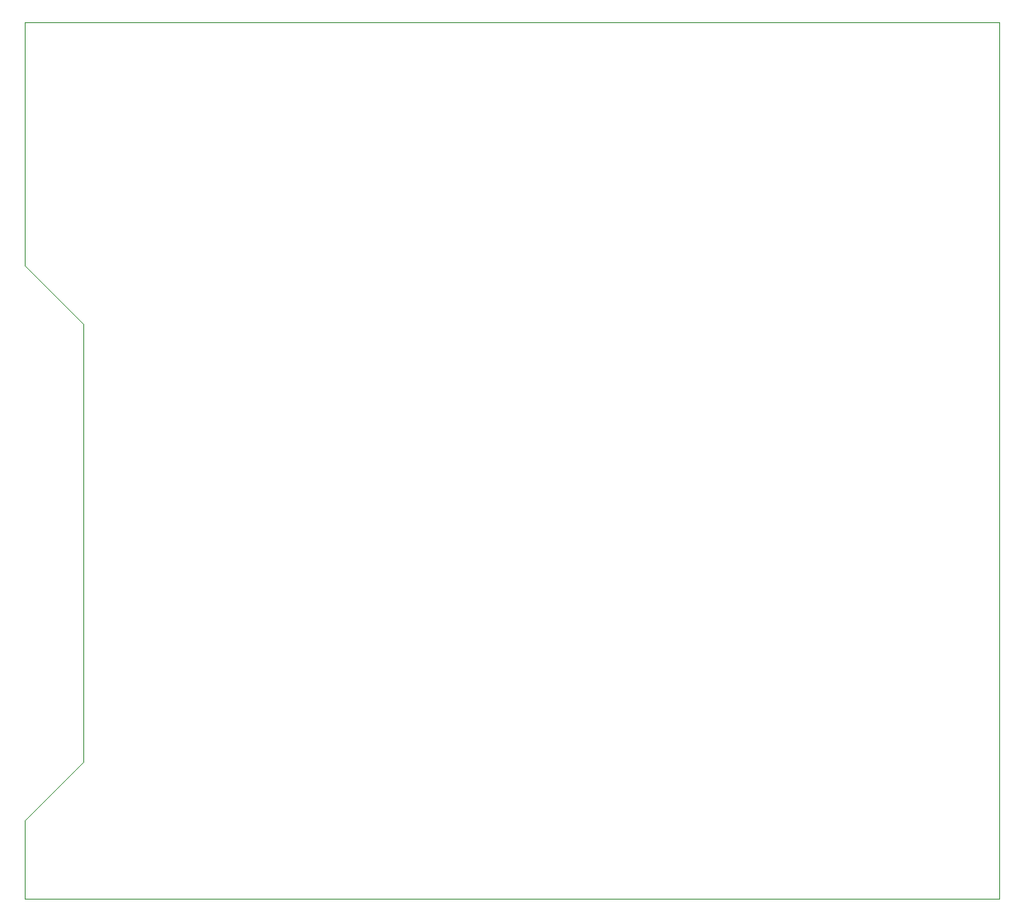
<source format=gm1>
G04 #@! TF.FileFunction,Profile,NP*
%FSLAX46Y46*%
G04 Gerber Fmt 4.6, Leading zero omitted, Abs format (unit mm)*
G04 Created by KiCad (PCBNEW 4.0.7-e2-6376~58~ubuntu14.04.1) date Thu May 10 06:19:56 2018*
%MOMM*%
%LPD*%
G01*
G04 APERTURE LIST*
%ADD10C,0.100000*%
G04 APERTURE END LIST*
D10*
X60000000Y-118000000D02*
X54000000Y-124000000D01*
X60000000Y-73000000D02*
X60000000Y-118000000D01*
X54000000Y-67000000D02*
X60000000Y-73000000D01*
X54000000Y-42000000D02*
X54000000Y-67000000D01*
X154000000Y-42000000D02*
X54000000Y-42000000D01*
X154000000Y-132000000D02*
X154000000Y-42000000D01*
X54000000Y-132000000D02*
X154000000Y-132000000D01*
X54000000Y-124000000D02*
X54000000Y-132000000D01*
M02*

</source>
